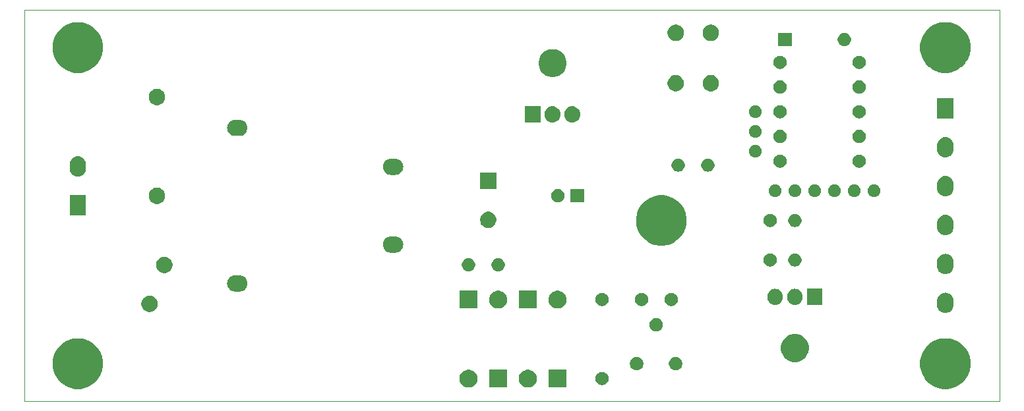
<source format=gbr>
G04 #@! TF.GenerationSoftware,KiCad,Pcbnew,5.1.5-52549c5~84~ubuntu18.04.1*
G04 #@! TF.CreationDate,2019-11-25T01:58:10+02:00*
G04 #@! TF.ProjectId,tinydimmer,74696e79-6469-46d6-9d65-722e6b696361,rev?*
G04 #@! TF.SameCoordinates,PX1d369d0PY5483e38*
G04 #@! TF.FileFunction,Soldermask,Bot*
G04 #@! TF.FilePolarity,Negative*
%FSLAX46Y46*%
G04 Gerber Fmt 4.6, Leading zero omitted, Abs format (unit mm)*
G04 Created by KiCad (PCBNEW 5.1.5-52549c5~84~ubuntu18.04.1) date 2019-11-25 01:58:10*
%MOMM*%
%LPD*%
G04 APERTURE LIST*
G04 #@! TA.AperFunction,Profile*
%ADD10C,0.050000*%
G04 #@! TD*
%ADD11C,0.100000*%
G04 APERTURE END LIST*
D10*
X125222000Y50241200D02*
X0Y50241200D01*
X125222000Y0D02*
X125222000Y50241200D01*
X0Y0D02*
X125222000Y0D01*
X0Y50241200D02*
X0Y0D01*
D11*
G36*
X7466839Y7989133D02*
G01*
X7780882Y7926666D01*
X8372526Y7681599D01*
X8799077Y7396586D01*
X8882370Y7340932D01*
X8904992Y7325816D01*
X9357816Y6872992D01*
X9713599Y6340526D01*
X9958666Y5748882D01*
X10083600Y5120796D01*
X10083600Y4480404D01*
X9958666Y3852318D01*
X9713599Y3260674D01*
X9545412Y3008965D01*
X9393917Y2782236D01*
X9357816Y2728208D01*
X8904992Y2275384D01*
X8372526Y1919601D01*
X7780882Y1674534D01*
X7466839Y1612067D01*
X7152797Y1549600D01*
X6512403Y1549600D01*
X6198361Y1612067D01*
X5884318Y1674534D01*
X5292674Y1919601D01*
X4760208Y2275384D01*
X4307384Y2728208D01*
X4271284Y2782236D01*
X4119788Y3008965D01*
X3951601Y3260674D01*
X3706534Y3852318D01*
X3581600Y4480404D01*
X3581600Y5120796D01*
X3706534Y5748882D01*
X3951601Y6340526D01*
X4307384Y6872992D01*
X4760208Y7325816D01*
X4782831Y7340932D01*
X4866123Y7396586D01*
X5292674Y7681599D01*
X5884318Y7926666D01*
X6198361Y7989133D01*
X6512403Y8051600D01*
X7152797Y8051600D01*
X7466839Y7989133D01*
G37*
G36*
X118861839Y7989133D02*
G01*
X119175882Y7926666D01*
X119767526Y7681599D01*
X120194077Y7396586D01*
X120277370Y7340932D01*
X120299992Y7325816D01*
X120752816Y6872992D01*
X121108599Y6340526D01*
X121353666Y5748882D01*
X121478600Y5120796D01*
X121478600Y4480404D01*
X121353666Y3852318D01*
X121108599Y3260674D01*
X120940412Y3008965D01*
X120788917Y2782236D01*
X120752816Y2728208D01*
X120299992Y2275384D01*
X119767526Y1919601D01*
X119175882Y1674534D01*
X118861839Y1612067D01*
X118547797Y1549600D01*
X117907403Y1549600D01*
X117593361Y1612067D01*
X117279318Y1674534D01*
X116687674Y1919601D01*
X116155208Y2275384D01*
X115702384Y2728208D01*
X115666284Y2782236D01*
X115514788Y3008965D01*
X115346601Y3260674D01*
X115101534Y3852318D01*
X114976600Y4480404D01*
X114976600Y5120796D01*
X115101534Y5748882D01*
X115346601Y6340526D01*
X115702384Y6872992D01*
X116155208Y7325816D01*
X116177831Y7340932D01*
X116261123Y7396586D01*
X116687674Y7681599D01*
X117279318Y7926666D01*
X117593361Y7989133D01*
X117907403Y8051600D01*
X118547797Y8051600D01*
X118861839Y7989133D01*
G37*
G36*
X69578600Y1744600D02*
G01*
X67276600Y1744600D01*
X67276600Y4046600D01*
X69578600Y4046600D01*
X69578600Y1744600D01*
G37*
G36*
X57222149Y4024484D02*
G01*
X57333334Y4002368D01*
X57542803Y3915603D01*
X57731320Y3789640D01*
X57891640Y3629320D01*
X58017603Y3440803D01*
X58017604Y3440801D01*
X58104368Y3231333D01*
X58148600Y3008965D01*
X58148600Y2782235D01*
X58104368Y2559867D01*
X58018731Y2353119D01*
X58017603Y2350397D01*
X57891640Y2161880D01*
X57731320Y2001560D01*
X57542803Y1875597D01*
X57333334Y1788832D01*
X57222149Y1766716D01*
X57110965Y1744600D01*
X56884235Y1744600D01*
X56773051Y1766716D01*
X56661866Y1788832D01*
X56452397Y1875597D01*
X56263880Y2001560D01*
X56103560Y2161880D01*
X55977597Y2350397D01*
X55976470Y2353119D01*
X55890832Y2559867D01*
X55846600Y2782235D01*
X55846600Y3008965D01*
X55890832Y3231333D01*
X55977596Y3440801D01*
X55977597Y3440803D01*
X56103560Y3629320D01*
X56263880Y3789640D01*
X56452397Y3915603D01*
X56661866Y4002368D01*
X56773051Y4024484D01*
X56884235Y4046600D01*
X57110965Y4046600D01*
X57222149Y4024484D01*
G37*
G36*
X64842149Y4024484D02*
G01*
X64953334Y4002368D01*
X65162803Y3915603D01*
X65351320Y3789640D01*
X65511640Y3629320D01*
X65637603Y3440803D01*
X65637604Y3440801D01*
X65724368Y3231333D01*
X65768600Y3008965D01*
X65768600Y2782235D01*
X65724368Y2559867D01*
X65638731Y2353119D01*
X65637603Y2350397D01*
X65511640Y2161880D01*
X65351320Y2001560D01*
X65162803Y1875597D01*
X64953334Y1788832D01*
X64842149Y1766716D01*
X64730965Y1744600D01*
X64504235Y1744600D01*
X64393051Y1766716D01*
X64281866Y1788832D01*
X64072397Y1875597D01*
X63883880Y2001560D01*
X63723560Y2161880D01*
X63597597Y2350397D01*
X63596470Y2353119D01*
X63510832Y2559867D01*
X63466600Y2782235D01*
X63466600Y3008965D01*
X63510832Y3231333D01*
X63597596Y3440801D01*
X63597597Y3440803D01*
X63723560Y3629320D01*
X63883880Y3789640D01*
X64072397Y3915603D01*
X64281866Y4002368D01*
X64393051Y4024484D01*
X64504235Y4046600D01*
X64730965Y4046600D01*
X64842149Y4024484D01*
G37*
G36*
X61958600Y1744600D02*
G01*
X59656600Y1744600D01*
X59656600Y4046600D01*
X61958600Y4046600D01*
X61958600Y1744600D01*
G37*
G36*
X74390828Y3713897D02*
G01*
X74545700Y3649747D01*
X74685081Y3556615D01*
X74803615Y3438081D01*
X74896747Y3298700D01*
X74960897Y3143828D01*
X74993600Y2979416D01*
X74993600Y2811784D01*
X74960897Y2647372D01*
X74896747Y2492500D01*
X74803615Y2353119D01*
X74685081Y2234585D01*
X74545700Y2141453D01*
X74390828Y2077303D01*
X74226416Y2044600D01*
X74058784Y2044600D01*
X73894372Y2077303D01*
X73739500Y2141453D01*
X73600119Y2234585D01*
X73481585Y2353119D01*
X73388453Y2492500D01*
X73324303Y2647372D01*
X73291600Y2811784D01*
X73291600Y2979416D01*
X73324303Y3143828D01*
X73388453Y3298700D01*
X73481585Y3438081D01*
X73600119Y3556615D01*
X73739500Y3649747D01*
X73894372Y3713897D01*
X74058784Y3746600D01*
X74226416Y3746600D01*
X74390828Y3713897D01*
G37*
G36*
X83838743Y5628513D02*
G01*
X83995438Y5563608D01*
X84136453Y5469385D01*
X84256385Y5349453D01*
X84350608Y5208438D01*
X84415513Y5051743D01*
X84448600Y4885402D01*
X84448600Y4715798D01*
X84415513Y4549457D01*
X84350608Y4392762D01*
X84256385Y4251747D01*
X84136453Y4131815D01*
X83995438Y4037592D01*
X83838743Y3972687D01*
X83672402Y3939600D01*
X83502798Y3939600D01*
X83336457Y3972687D01*
X83179762Y4037592D01*
X83038747Y4131815D01*
X82918815Y4251747D01*
X82824592Y4392762D01*
X82759687Y4549457D01*
X82726600Y4715798D01*
X82726600Y4885402D01*
X82759687Y5051743D01*
X82824592Y5208438D01*
X82918815Y5349453D01*
X83038747Y5469385D01*
X83179762Y5563608D01*
X83336457Y5628513D01*
X83502798Y5661600D01*
X83672402Y5661600D01*
X83838743Y5628513D01*
G37*
G36*
X78838743Y5628513D02*
G01*
X78995438Y5563608D01*
X79136453Y5469385D01*
X79256385Y5349453D01*
X79350608Y5208438D01*
X79415513Y5051743D01*
X79448600Y4885402D01*
X79448600Y4715798D01*
X79415513Y4549457D01*
X79350608Y4392762D01*
X79256385Y4251747D01*
X79136453Y4131815D01*
X78995438Y4037592D01*
X78838743Y3972687D01*
X78672402Y3939600D01*
X78502798Y3939600D01*
X78336457Y3972687D01*
X78179762Y4037592D01*
X78038747Y4131815D01*
X77918815Y4251747D01*
X77824592Y4392762D01*
X77759687Y4549457D01*
X77726600Y4715798D01*
X77726600Y4885402D01*
X77759687Y5051743D01*
X77824592Y5208438D01*
X77918815Y5349453D01*
X78038747Y5469385D01*
X78179762Y5563608D01*
X78336457Y5628513D01*
X78502798Y5661600D01*
X78672402Y5661600D01*
X78838743Y5628513D01*
G37*
G36*
X99432931Y8547389D02*
G01*
X99760692Y8411626D01*
X100055670Y8214528D01*
X100306528Y7963670D01*
X100503626Y7668692D01*
X100639389Y7340931D01*
X100708600Y6992984D01*
X100708600Y6638216D01*
X100639389Y6290269D01*
X100503626Y5962508D01*
X100306528Y5667530D01*
X100055670Y5416672D01*
X99760692Y5219574D01*
X99432931Y5083811D01*
X99084984Y5014600D01*
X98730216Y5014600D01*
X98382269Y5083811D01*
X98054508Y5219574D01*
X97759530Y5416672D01*
X97508672Y5667530D01*
X97311574Y5962508D01*
X97175811Y6290269D01*
X97106600Y6638216D01*
X97106600Y6992984D01*
X97175811Y7340931D01*
X97311574Y7668692D01*
X97508672Y7963670D01*
X97759530Y8214528D01*
X98054508Y8411626D01*
X98382269Y8547389D01*
X98730216Y8616600D01*
X99084984Y8616600D01*
X99432931Y8547389D01*
G37*
G36*
X81338743Y10628513D02*
G01*
X81495438Y10563608D01*
X81636453Y10469385D01*
X81756385Y10349453D01*
X81850608Y10208438D01*
X81915513Y10051743D01*
X81948600Y9885402D01*
X81948600Y9715798D01*
X81915513Y9549457D01*
X81850608Y9392762D01*
X81756385Y9251747D01*
X81636453Y9131815D01*
X81495438Y9037592D01*
X81338743Y8972687D01*
X81172402Y8939600D01*
X81002798Y8939600D01*
X80836457Y8972687D01*
X80679762Y9037592D01*
X80538747Y9131815D01*
X80418815Y9251747D01*
X80324592Y9392762D01*
X80259687Y9549457D01*
X80226600Y9715798D01*
X80226600Y9885402D01*
X80259687Y10051743D01*
X80324592Y10208438D01*
X80418815Y10349453D01*
X80538747Y10469385D01*
X80679762Y10563608D01*
X80836457Y10628513D01*
X81002798Y10661600D01*
X81172402Y10661600D01*
X81338743Y10628513D01*
G37*
G36*
X118433632Y13906393D02*
G01*
X118631746Y13846295D01*
X118631749Y13846294D01*
X118682475Y13819180D01*
X118814329Y13748703D01*
X118974365Y13617365D01*
X119105703Y13457329D01*
X119119249Y13431985D01*
X119203294Y13274748D01*
X119203295Y13274745D01*
X119263393Y13076631D01*
X119263393Y13076629D01*
X119275627Y12952420D01*
X119278600Y12922229D01*
X119278600Y12318970D01*
X119263393Y12164568D01*
X119214310Y12002765D01*
X119203294Y11966451D01*
X119193876Y11948832D01*
X119105703Y11783871D01*
X118974365Y11623835D01*
X118814329Y11492497D01*
X118734073Y11449600D01*
X118631748Y11394906D01*
X118631745Y11394905D01*
X118433631Y11334807D01*
X118227600Y11314515D01*
X118021568Y11334807D01*
X117823454Y11394905D01*
X117823451Y11394906D01*
X117721126Y11449600D01*
X117640871Y11492497D01*
X117480835Y11623835D01*
X117349497Y11783871D01*
X117284967Y11904600D01*
X117251906Y11966452D01*
X117251905Y11966455D01*
X117191807Y12164569D01*
X117176600Y12318971D01*
X117176600Y12922230D01*
X117191807Y13076632D01*
X117231872Y13208708D01*
X117251905Y13274747D01*
X117335951Y13431984D01*
X117349498Y13457329D01*
X117480836Y13617365D01*
X117640872Y13748703D01*
X117772726Y13819180D01*
X117823452Y13846294D01*
X117823455Y13846295D01*
X118021569Y13906393D01*
X118227600Y13926685D01*
X118433632Y13906393D01*
G37*
G36*
X16351664Y13511211D02*
G01*
X16481749Y13457328D01*
X16542935Y13431984D01*
X16715073Y13316965D01*
X16861465Y13170573D01*
X16880838Y13141580D01*
X16976485Y12998433D01*
X17055711Y12807164D01*
X17096100Y12604116D01*
X17096100Y12397084D01*
X17055711Y12194036D01*
X16990083Y12035596D01*
X16976484Y12002765D01*
X16861465Y11830627D01*
X16715073Y11684235D01*
X16542935Y11569216D01*
X16542934Y11569215D01*
X16542933Y11569215D01*
X16351664Y11489989D01*
X16148616Y11449600D01*
X15941584Y11449600D01*
X15738536Y11489989D01*
X15547267Y11569215D01*
X15547266Y11569215D01*
X15547265Y11569216D01*
X15375127Y11684235D01*
X15228735Y11830627D01*
X15113716Y12002765D01*
X15100117Y12035596D01*
X15034489Y12194036D01*
X14994100Y12397084D01*
X14994100Y12604116D01*
X15034489Y12807164D01*
X15113715Y12998433D01*
X15209363Y13141580D01*
X15228735Y13170573D01*
X15375127Y13316965D01*
X15547265Y13431984D01*
X15608451Y13457328D01*
X15738536Y13511211D01*
X15941584Y13551600D01*
X16148616Y13551600D01*
X16351664Y13511211D01*
G37*
G36*
X68652149Y14184484D02*
G01*
X68763334Y14162368D01*
X68972803Y14075603D01*
X69161320Y13949640D01*
X69321640Y13789320D01*
X69447603Y13600803D01*
X69447604Y13600801D01*
X69448731Y13598080D01*
X69517530Y13431985D01*
X69534368Y13391333D01*
X69578600Y13168965D01*
X69578600Y12942235D01*
X69534368Y12719867D01*
X69448731Y12513119D01*
X69447603Y12510397D01*
X69321640Y12321880D01*
X69161320Y12161560D01*
X68972803Y12035597D01*
X68763334Y11948832D01*
X68652149Y11926716D01*
X68540965Y11904600D01*
X68314235Y11904600D01*
X68203051Y11926716D01*
X68091866Y11948832D01*
X67882397Y12035597D01*
X67693880Y12161560D01*
X67533560Y12321880D01*
X67407597Y12510397D01*
X67406470Y12513119D01*
X67320832Y12719867D01*
X67276600Y12942235D01*
X67276600Y13168965D01*
X67320832Y13391333D01*
X67337671Y13431985D01*
X67406469Y13598080D01*
X67407596Y13600801D01*
X67407597Y13600803D01*
X67533560Y13789320D01*
X67693880Y13949640D01*
X67882397Y14075603D01*
X68091866Y14162368D01*
X68203051Y14184484D01*
X68314235Y14206600D01*
X68540965Y14206600D01*
X68652149Y14184484D01*
G37*
G36*
X65768600Y11904600D02*
G01*
X63466600Y11904600D01*
X63466600Y14206600D01*
X65768600Y14206600D01*
X65768600Y11904600D01*
G37*
G36*
X58148600Y11904600D02*
G01*
X55846600Y11904600D01*
X55846600Y14206600D01*
X58148600Y14206600D01*
X58148600Y11904600D01*
G37*
G36*
X61032149Y14184484D02*
G01*
X61143334Y14162368D01*
X61352803Y14075603D01*
X61541320Y13949640D01*
X61701640Y13789320D01*
X61827603Y13600803D01*
X61827604Y13600801D01*
X61828731Y13598080D01*
X61897530Y13431985D01*
X61914368Y13391333D01*
X61958600Y13168965D01*
X61958600Y12942235D01*
X61914368Y12719867D01*
X61828731Y12513119D01*
X61827603Y12510397D01*
X61701640Y12321880D01*
X61541320Y12161560D01*
X61352803Y12035597D01*
X61143334Y11948832D01*
X61032149Y11926716D01*
X60920965Y11904600D01*
X60694235Y11904600D01*
X60583051Y11926716D01*
X60471866Y11948832D01*
X60262397Y12035597D01*
X60073880Y12161560D01*
X59913560Y12321880D01*
X59787597Y12510397D01*
X59786470Y12513119D01*
X59700832Y12719867D01*
X59656600Y12942235D01*
X59656600Y13168965D01*
X59700832Y13391333D01*
X59717671Y13431985D01*
X59786469Y13598080D01*
X59787596Y13600801D01*
X59787597Y13600803D01*
X59913560Y13789320D01*
X60073880Y13949640D01*
X60262397Y14075603D01*
X60471866Y14162368D01*
X60583051Y14184484D01*
X60694235Y14206600D01*
X60920965Y14206600D01*
X61032149Y14184484D01*
G37*
G36*
X74390828Y13873897D02*
G01*
X74545700Y13809747D01*
X74685081Y13716615D01*
X74803615Y13598081D01*
X74896747Y13458700D01*
X74960897Y13303828D01*
X74993600Y13139416D01*
X74993600Y12971784D01*
X74960897Y12807372D01*
X74896747Y12652500D01*
X74803615Y12513119D01*
X74685081Y12394585D01*
X74545700Y12301453D01*
X74390828Y12237303D01*
X74226416Y12204600D01*
X74058784Y12204600D01*
X73894372Y12237303D01*
X73739500Y12301453D01*
X73600119Y12394585D01*
X73481585Y12513119D01*
X73388453Y12652500D01*
X73324303Y12807372D01*
X73291600Y12971784D01*
X73291600Y13139416D01*
X73324303Y13303828D01*
X73388453Y13458700D01*
X73481585Y13598081D01*
X73600119Y13716615D01*
X73739500Y13809747D01*
X73894372Y13873897D01*
X74058784Y13906600D01*
X74226416Y13906600D01*
X74390828Y13873897D01*
G37*
G36*
X79470828Y13873897D02*
G01*
X79625700Y13809747D01*
X79765081Y13716615D01*
X79883615Y13598081D01*
X79976747Y13458700D01*
X80040897Y13303828D01*
X80073600Y13139416D01*
X80073600Y12971784D01*
X80040897Y12807372D01*
X79976747Y12652500D01*
X79883615Y12513119D01*
X79765081Y12394585D01*
X79625700Y12301453D01*
X79470828Y12237303D01*
X79306416Y12204600D01*
X79138784Y12204600D01*
X78974372Y12237303D01*
X78819500Y12301453D01*
X78680119Y12394585D01*
X78561585Y12513119D01*
X78468453Y12652500D01*
X78404303Y12807372D01*
X78371600Y12971784D01*
X78371600Y13139416D01*
X78404303Y13303828D01*
X78468453Y13458700D01*
X78561585Y13598081D01*
X78680119Y13716615D01*
X78819500Y13809747D01*
X78974372Y13873897D01*
X79138784Y13906600D01*
X79306416Y13906600D01*
X79470828Y13873897D01*
G37*
G36*
X83280828Y13873897D02*
G01*
X83435700Y13809747D01*
X83575081Y13716615D01*
X83693615Y13598081D01*
X83786747Y13458700D01*
X83850897Y13303828D01*
X83883600Y13139416D01*
X83883600Y12971784D01*
X83850897Y12807372D01*
X83786747Y12652500D01*
X83693615Y12513119D01*
X83575081Y12394585D01*
X83435700Y12301453D01*
X83280828Y12237303D01*
X83116416Y12204600D01*
X82948784Y12204600D01*
X82784372Y12237303D01*
X82629500Y12301453D01*
X82490119Y12394585D01*
X82371585Y12513119D01*
X82278453Y12652500D01*
X82214303Y12807372D01*
X82181600Y12971784D01*
X82181600Y13139416D01*
X82214303Y13303828D01*
X82278453Y13458700D01*
X82371585Y13598081D01*
X82490119Y13716615D01*
X82629500Y13809747D01*
X82784372Y13873897D01*
X82948784Y13906600D01*
X83116416Y13906600D01*
X83280828Y13873897D01*
G37*
G36*
X96564320Y14422280D02*
G01*
X96753481Y14364899D01*
X96927812Y14271717D01*
X97080615Y14146315D01*
X97206017Y13993512D01*
X97229467Y13949640D01*
X97299198Y13819183D01*
X97299199Y13819180D01*
X97356580Y13630019D01*
X97359726Y13598080D01*
X97371100Y13482594D01*
X97371100Y13289005D01*
X97366260Y13239864D01*
X97356580Y13141580D01*
X97299199Y12952419D01*
X97206017Y12778088D01*
X97080615Y12625285D01*
X96927812Y12499883D01*
X96845933Y12456118D01*
X96753483Y12406702D01*
X96753480Y12406701D01*
X96564319Y12349320D01*
X96367600Y12329945D01*
X96170880Y12349320D01*
X95981719Y12406701D01*
X95807388Y12499883D01*
X95654585Y12625285D01*
X95529183Y12778088D01*
X95452138Y12922229D01*
X95436002Y12952417D01*
X95398323Y13076630D01*
X95378620Y13141581D01*
X95365505Y13274745D01*
X95364100Y13289006D01*
X95364100Y13482595D01*
X95375742Y13600801D01*
X95378620Y13630020D01*
X95436001Y13819181D01*
X95529183Y13993512D01*
X95654585Y14146315D01*
X95807388Y14271717D01*
X95981720Y14364899D01*
X96170881Y14422280D01*
X96367600Y14441655D01*
X96564320Y14422280D01*
G37*
G36*
X99104320Y14422280D02*
G01*
X99293481Y14364899D01*
X99467812Y14271717D01*
X99620615Y14146315D01*
X99746017Y13993512D01*
X99769467Y13949640D01*
X99839198Y13819183D01*
X99839199Y13819180D01*
X99896580Y13630019D01*
X99899726Y13598080D01*
X99911100Y13482594D01*
X99911100Y13289005D01*
X99906260Y13239864D01*
X99896580Y13141580D01*
X99839199Y12952419D01*
X99746017Y12778088D01*
X99620615Y12625285D01*
X99467812Y12499883D01*
X99385933Y12456118D01*
X99293483Y12406702D01*
X99293480Y12406701D01*
X99104319Y12349320D01*
X98907600Y12329945D01*
X98710880Y12349320D01*
X98521719Y12406701D01*
X98347388Y12499883D01*
X98194585Y12625285D01*
X98069183Y12778088D01*
X97992138Y12922229D01*
X97976002Y12952417D01*
X97938323Y13076630D01*
X97918620Y13141581D01*
X97905505Y13274745D01*
X97904100Y13289006D01*
X97904100Y13482595D01*
X97915742Y13600801D01*
X97918620Y13630020D01*
X97976001Y13819181D01*
X98069183Y13993512D01*
X98194585Y14146315D01*
X98347388Y14271717D01*
X98521720Y14364899D01*
X98710881Y14422280D01*
X98907600Y14441655D01*
X99104320Y14422280D01*
G37*
G36*
X102451100Y12334800D02*
G01*
X100444100Y12334800D01*
X100444100Y14436800D01*
X102451100Y14436800D01*
X102451100Y12334800D01*
G37*
G36*
X27665697Y16166531D02*
G01*
X27768632Y16156393D01*
X27966746Y16096295D01*
X27966749Y16096294D01*
X28063575Y16044539D01*
X28149329Y15998703D01*
X28309365Y15867365D01*
X28440703Y15707329D01*
X28486539Y15621575D01*
X28538294Y15524749D01*
X28538295Y15524746D01*
X28598393Y15326632D01*
X28618685Y15120600D01*
X28598393Y14914568D01*
X28538295Y14716454D01*
X28538294Y14716451D01*
X28486539Y14619625D01*
X28440703Y14533871D01*
X28309365Y14373835D01*
X28149329Y14242497D01*
X28082170Y14206600D01*
X27966749Y14144906D01*
X27966746Y14144905D01*
X27768632Y14084807D01*
X27665697Y14074669D01*
X27614231Y14069600D01*
X27010969Y14069600D01*
X26959503Y14074669D01*
X26856568Y14084807D01*
X26658454Y14144905D01*
X26658451Y14144906D01*
X26543030Y14206600D01*
X26475871Y14242497D01*
X26315835Y14373835D01*
X26184497Y14533871D01*
X26138661Y14619625D01*
X26086906Y14716451D01*
X26086905Y14716454D01*
X26026807Y14914568D01*
X26006515Y15120600D01*
X26026807Y15326632D01*
X26086905Y15524746D01*
X26086906Y15524749D01*
X26138661Y15621575D01*
X26184497Y15707329D01*
X26315835Y15867365D01*
X26475871Y15998703D01*
X26561625Y16044539D01*
X26658451Y16096294D01*
X26658454Y16096295D01*
X26856568Y16156393D01*
X26959503Y16166531D01*
X27010969Y16171600D01*
X27614231Y16171600D01*
X27665697Y16166531D01*
G37*
G36*
X118433632Y18906393D02*
G01*
X118631746Y18846295D01*
X118631749Y18846294D01*
X118724691Y18796615D01*
X118814329Y18748703D01*
X118974365Y18617365D01*
X119105703Y18457329D01*
X119119249Y18431985D01*
X119203294Y18274748D01*
X119203295Y18274745D01*
X119263393Y18076631D01*
X119278600Y17922229D01*
X119278600Y17318970D01*
X119263393Y17164568D01*
X119214310Y17002765D01*
X119203294Y16966451D01*
X119198840Y16958119D01*
X119105703Y16783871D01*
X118974365Y16623835D01*
X118814329Y16492497D01*
X118734073Y16449600D01*
X118631748Y16394906D01*
X118631745Y16394905D01*
X118433631Y16334807D01*
X118227600Y16314515D01*
X118021568Y16334807D01*
X117823454Y16394905D01*
X117823451Y16394906D01*
X117721126Y16449600D01*
X117640871Y16492497D01*
X117480835Y16623835D01*
X117349497Y16783871D01*
X117287121Y16900570D01*
X117251906Y16966452D01*
X117251905Y16966455D01*
X117191807Y17164569D01*
X117176600Y17318971D01*
X117176600Y17922230D01*
X117191807Y18076632D01*
X117245838Y18254747D01*
X117251905Y18274747D01*
X117335951Y18431984D01*
X117349498Y18457329D01*
X117480836Y18617365D01*
X117640872Y18748703D01*
X117730510Y18796615D01*
X117823452Y18846294D01*
X117823455Y18846295D01*
X118021569Y18906393D01*
X118227600Y18926685D01*
X118433632Y18906393D01*
G37*
G36*
X18251664Y18511211D02*
G01*
X18381749Y18457328D01*
X18442935Y18431984D01*
X18615073Y18316965D01*
X18761465Y18170573D01*
X18840837Y18051785D01*
X18876485Y17998433D01*
X18955711Y17807164D01*
X18996100Y17604116D01*
X18996100Y17397084D01*
X18955711Y17194036D01*
X18876485Y17002767D01*
X18876484Y17002765D01*
X18761465Y16830627D01*
X18615073Y16684235D01*
X18442935Y16569216D01*
X18442934Y16569215D01*
X18442933Y16569215D01*
X18251664Y16489989D01*
X18048616Y16449600D01*
X17841584Y16449600D01*
X17638536Y16489989D01*
X17447267Y16569215D01*
X17447266Y16569215D01*
X17447265Y16569216D01*
X17275127Y16684235D01*
X17128735Y16830627D01*
X17013716Y17002765D01*
X17013715Y17002767D01*
X16934489Y17194036D01*
X16894100Y17397084D01*
X16894100Y17604116D01*
X16934489Y17807164D01*
X17013715Y17998433D01*
X17049364Y18051785D01*
X17128735Y18170573D01*
X17275127Y18316965D01*
X17447265Y18431984D01*
X17508451Y18457328D01*
X17638536Y18511211D01*
X17841584Y18551600D01*
X18048616Y18551600D01*
X18251664Y18511211D01*
G37*
G36*
X61055828Y18318897D02*
G01*
X61210700Y18254747D01*
X61350081Y18161615D01*
X61468615Y18043081D01*
X61561747Y17903700D01*
X61625897Y17748828D01*
X61658600Y17584416D01*
X61658600Y17416784D01*
X61625897Y17252372D01*
X61561747Y17097500D01*
X61468615Y16958119D01*
X61350081Y16839585D01*
X61210700Y16746453D01*
X61055828Y16682303D01*
X60891416Y16649600D01*
X60723784Y16649600D01*
X60559372Y16682303D01*
X60404500Y16746453D01*
X60265119Y16839585D01*
X60146585Y16958119D01*
X60053453Y17097500D01*
X59989303Y17252372D01*
X59956600Y17416784D01*
X59956600Y17584416D01*
X59989303Y17748828D01*
X60053453Y17903700D01*
X60146585Y18043081D01*
X60265119Y18161615D01*
X60404500Y18254747D01*
X60559372Y18318897D01*
X60723784Y18351600D01*
X60891416Y18351600D01*
X61055828Y18318897D01*
G37*
G36*
X57245828Y18318897D02*
G01*
X57400700Y18254747D01*
X57540081Y18161615D01*
X57658615Y18043081D01*
X57751747Y17903700D01*
X57815897Y17748828D01*
X57848600Y17584416D01*
X57848600Y17416784D01*
X57815897Y17252372D01*
X57751747Y17097500D01*
X57658615Y16958119D01*
X57540081Y16839585D01*
X57400700Y16746453D01*
X57245828Y16682303D01*
X57081416Y16649600D01*
X56913784Y16649600D01*
X56749372Y16682303D01*
X56594500Y16746453D01*
X56455119Y16839585D01*
X56336585Y16958119D01*
X56243453Y17097500D01*
X56179303Y17252372D01*
X56146600Y17416784D01*
X56146600Y17584416D01*
X56179303Y17748828D01*
X56243453Y17903700D01*
X56336585Y18043081D01*
X56455119Y18161615D01*
X56594500Y18254747D01*
X56749372Y18318897D01*
X56913784Y18351600D01*
X57081416Y18351600D01*
X57245828Y18318897D01*
G37*
G36*
X99155828Y18953897D02*
G01*
X99310700Y18889747D01*
X99450081Y18796615D01*
X99568615Y18678081D01*
X99661747Y18538700D01*
X99725897Y18383828D01*
X99758600Y18219416D01*
X99758600Y18051784D01*
X99725897Y17887372D01*
X99661747Y17732500D01*
X99568615Y17593119D01*
X99450081Y17474585D01*
X99310700Y17381453D01*
X99155828Y17317303D01*
X98991416Y17284600D01*
X98823784Y17284600D01*
X98659372Y17317303D01*
X98504500Y17381453D01*
X98365119Y17474585D01*
X98246585Y17593119D01*
X98153453Y17732500D01*
X98089303Y17887372D01*
X98056600Y18051784D01*
X98056600Y18219416D01*
X98089303Y18383828D01*
X98153453Y18538700D01*
X98246585Y18678081D01*
X98365119Y18796615D01*
X98504500Y18889747D01*
X98659372Y18953897D01*
X98823784Y18986600D01*
X98991416Y18986600D01*
X99155828Y18953897D01*
G37*
G36*
X95980828Y18953897D02*
G01*
X96135700Y18889747D01*
X96275081Y18796615D01*
X96393615Y18678081D01*
X96486747Y18538700D01*
X96550897Y18383828D01*
X96583600Y18219416D01*
X96583600Y18051784D01*
X96550897Y17887372D01*
X96486747Y17732500D01*
X96393615Y17593119D01*
X96275081Y17474585D01*
X96135700Y17381453D01*
X95980828Y17317303D01*
X95816416Y17284600D01*
X95648784Y17284600D01*
X95484372Y17317303D01*
X95329500Y17381453D01*
X95190119Y17474585D01*
X95071585Y17593119D01*
X94978453Y17732500D01*
X94914303Y17887372D01*
X94881600Y18051784D01*
X94881600Y18219416D01*
X94914303Y18383828D01*
X94978453Y18538700D01*
X95071585Y18678081D01*
X95190119Y18796615D01*
X95329500Y18889747D01*
X95484372Y18953897D01*
X95648784Y18986600D01*
X95816416Y18986600D01*
X95980828Y18953897D01*
G37*
G36*
X47665697Y21166531D02*
G01*
X47768632Y21156393D01*
X47966746Y21096295D01*
X47966749Y21096294D01*
X48063575Y21044539D01*
X48149329Y20998703D01*
X48309365Y20867365D01*
X48440703Y20707329D01*
X48486539Y20621575D01*
X48538294Y20524749D01*
X48538295Y20524746D01*
X48598393Y20326632D01*
X48618685Y20120600D01*
X48598393Y19914568D01*
X48538295Y19716454D01*
X48538294Y19716451D01*
X48486539Y19619625D01*
X48440703Y19533871D01*
X48309365Y19373835D01*
X48149329Y19242497D01*
X48063575Y19196661D01*
X47966749Y19144906D01*
X47966746Y19144905D01*
X47768632Y19084807D01*
X47665697Y19074669D01*
X47614231Y19069600D01*
X47010969Y19069600D01*
X46959503Y19074669D01*
X46856568Y19084807D01*
X46658454Y19144905D01*
X46658451Y19144906D01*
X46561625Y19196661D01*
X46475871Y19242497D01*
X46315835Y19373835D01*
X46184497Y19533871D01*
X46138661Y19619625D01*
X46086906Y19716451D01*
X46086905Y19716454D01*
X46026807Y19914568D01*
X46006515Y20120600D01*
X46026807Y20326632D01*
X46086905Y20524746D01*
X46086906Y20524749D01*
X46138661Y20621575D01*
X46184497Y20707329D01*
X46315835Y20867365D01*
X46475871Y20998703D01*
X46561625Y21044539D01*
X46658451Y21096294D01*
X46658454Y21096295D01*
X46856568Y21156393D01*
X46959503Y21166531D01*
X47010969Y21171600D01*
X47614231Y21171600D01*
X47665697Y21166531D01*
G37*
G36*
X82396839Y26404133D02*
G01*
X82710882Y26341666D01*
X83302526Y26096599D01*
X83834992Y25740816D01*
X84287816Y25287992D01*
X84643599Y24755526D01*
X84888666Y24163882D01*
X84914522Y24033895D01*
X85013600Y23535797D01*
X85013600Y22895403D01*
X84969385Y22673120D01*
X84888666Y22267318D01*
X84643599Y21675674D01*
X84287816Y21143208D01*
X83834992Y20690384D01*
X83302526Y20334601D01*
X82710882Y20089534D01*
X82396839Y20027067D01*
X82082797Y19964600D01*
X81442403Y19964600D01*
X81128361Y20027067D01*
X80814318Y20089534D01*
X80222674Y20334601D01*
X79690208Y20690384D01*
X79237384Y21143208D01*
X78881601Y21675674D01*
X78636534Y22267318D01*
X78555815Y22673120D01*
X78511600Y22895403D01*
X78511600Y23535797D01*
X78610678Y24033895D01*
X78636534Y24163882D01*
X78881601Y24755526D01*
X79237384Y25287992D01*
X79690208Y25740816D01*
X80222674Y26096599D01*
X80814318Y26341666D01*
X81128361Y26404133D01*
X81442403Y26466600D01*
X82082797Y26466600D01*
X82396839Y26404133D01*
G37*
G36*
X118433632Y23906393D02*
G01*
X118631746Y23846295D01*
X118631749Y23846294D01*
X118728575Y23794539D01*
X118814329Y23748703D01*
X118974365Y23617365D01*
X119105703Y23457329D01*
X119136818Y23399116D01*
X119203294Y23274748D01*
X119203295Y23274745D01*
X119263393Y23076631D01*
X119278600Y22922229D01*
X119278600Y22318970D01*
X119263393Y22164568D01*
X119203295Y21966455D01*
X119203294Y21966451D01*
X119151539Y21869625D01*
X119105703Y21783871D01*
X118974365Y21623835D01*
X118814329Y21492497D01*
X118697630Y21430121D01*
X118631748Y21394906D01*
X118631745Y21394905D01*
X118433631Y21334807D01*
X118227600Y21314515D01*
X118021568Y21334807D01*
X117823454Y21394905D01*
X117823451Y21394906D01*
X117726625Y21446661D01*
X117640871Y21492497D01*
X117480835Y21623835D01*
X117349497Y21783871D01*
X117251907Y21966451D01*
X117251906Y21966452D01*
X117251905Y21966455D01*
X117191807Y22164569D01*
X117176600Y22318971D01*
X117176600Y22922230D01*
X117191807Y23076632D01*
X117231872Y23208708D01*
X117251905Y23274747D01*
X117318381Y23399114D01*
X117349498Y23457329D01*
X117480836Y23617365D01*
X117640872Y23748703D01*
X117726626Y23794539D01*
X117823452Y23846294D01*
X117823455Y23846295D01*
X118021569Y23906393D01*
X118227600Y23926685D01*
X118433632Y23906393D01*
G37*
G36*
X59844164Y24306211D02*
G01*
X60035433Y24226985D01*
X60035435Y24226984D01*
X60207573Y24111965D01*
X60353965Y23965573D01*
X60433665Y23846294D01*
X60468985Y23793433D01*
X60548211Y23602164D01*
X60588600Y23399116D01*
X60588600Y23192084D01*
X60548211Y22989036D01*
X60468985Y22797767D01*
X60468984Y22797765D01*
X60353965Y22625627D01*
X60207573Y22479235D01*
X60035435Y22364216D01*
X60035434Y22364215D01*
X60035433Y22364215D01*
X59844164Y22284989D01*
X59641116Y22244600D01*
X59434084Y22244600D01*
X59231036Y22284989D01*
X59039767Y22364215D01*
X59039766Y22364215D01*
X59039765Y22364216D01*
X58867627Y22479235D01*
X58721235Y22625627D01*
X58606216Y22797765D01*
X58606215Y22797767D01*
X58526989Y22989036D01*
X58486600Y23192084D01*
X58486600Y23399116D01*
X58526989Y23602164D01*
X58606215Y23793433D01*
X58641536Y23846294D01*
X58721235Y23965573D01*
X58867627Y24111965D01*
X59039765Y24226984D01*
X59039767Y24226985D01*
X59231036Y24306211D01*
X59434084Y24346600D01*
X59641116Y24346600D01*
X59844164Y24306211D01*
G37*
G36*
X95980828Y24033897D02*
G01*
X96135700Y23969747D01*
X96275081Y23876615D01*
X96393615Y23758081D01*
X96486747Y23618700D01*
X96550897Y23463828D01*
X96583600Y23299416D01*
X96583600Y23131784D01*
X96550897Y22967372D01*
X96486747Y22812500D01*
X96393615Y22673119D01*
X96275081Y22554585D01*
X96135700Y22461453D01*
X95980828Y22397303D01*
X95816416Y22364600D01*
X95648784Y22364600D01*
X95484372Y22397303D01*
X95329500Y22461453D01*
X95190119Y22554585D01*
X95071585Y22673119D01*
X94978453Y22812500D01*
X94914303Y22967372D01*
X94881600Y23131784D01*
X94881600Y23299416D01*
X94914303Y23463828D01*
X94978453Y23618700D01*
X95071585Y23758081D01*
X95190119Y23876615D01*
X95329500Y23969747D01*
X95484372Y24033897D01*
X95648784Y24066600D01*
X95816416Y24066600D01*
X95980828Y24033897D01*
G37*
G36*
X99155828Y24033897D02*
G01*
X99310700Y23969747D01*
X99450081Y23876615D01*
X99568615Y23758081D01*
X99661747Y23618700D01*
X99725897Y23463828D01*
X99758600Y23299416D01*
X99758600Y23131784D01*
X99725897Y22967372D01*
X99661747Y22812500D01*
X99568615Y22673119D01*
X99450081Y22554585D01*
X99310700Y22461453D01*
X99155828Y22397303D01*
X98991416Y22364600D01*
X98823784Y22364600D01*
X98659372Y22397303D01*
X98504500Y22461453D01*
X98365119Y22554585D01*
X98246585Y22673119D01*
X98153453Y22812500D01*
X98089303Y22967372D01*
X98056600Y23131784D01*
X98056600Y23299416D01*
X98089303Y23463828D01*
X98153453Y23618700D01*
X98246585Y23758081D01*
X98365119Y23876615D01*
X98504500Y23969747D01*
X98659372Y24033897D01*
X98823784Y24066600D01*
X98991416Y24066600D01*
X99155828Y24033897D01*
G37*
G36*
X7883600Y23859600D02*
G01*
X5781600Y23859600D01*
X5781600Y26461600D01*
X7883600Y26461600D01*
X7883600Y23859600D01*
G37*
G36*
X17299164Y27401211D02*
G01*
X17490433Y27321985D01*
X17490435Y27321984D01*
X17662573Y27206965D01*
X17808965Y27060573D01*
X17885838Y26945525D01*
X17923985Y26888433D01*
X18003211Y26697164D01*
X18043600Y26494116D01*
X18043600Y26287084D01*
X18003211Y26084036D01*
X17923985Y25892767D01*
X17923984Y25892765D01*
X17808965Y25720627D01*
X17662573Y25574235D01*
X17490435Y25459216D01*
X17490434Y25459215D01*
X17490433Y25459215D01*
X17299164Y25379989D01*
X17096116Y25339600D01*
X16889084Y25339600D01*
X16686036Y25379989D01*
X16494767Y25459215D01*
X16494766Y25459215D01*
X16494765Y25459216D01*
X16322627Y25574235D01*
X16176235Y25720627D01*
X16061216Y25892765D01*
X16061215Y25892767D01*
X15981989Y26084036D01*
X15941600Y26287084D01*
X15941600Y26494116D01*
X15981989Y26697164D01*
X16061215Y26888433D01*
X16099363Y26945525D01*
X16176235Y27060573D01*
X16322627Y27206965D01*
X16494765Y27321984D01*
X16494767Y27321985D01*
X16686036Y27401211D01*
X16889084Y27441600D01*
X17096116Y27441600D01*
X17299164Y27401211D01*
G37*
G36*
X68715828Y27208897D02*
G01*
X68870700Y27144747D01*
X69010081Y27051615D01*
X69128615Y26933081D01*
X69221747Y26793700D01*
X69285897Y26638828D01*
X69318600Y26474416D01*
X69318600Y26306784D01*
X69285897Y26142372D01*
X69221747Y25987500D01*
X69128615Y25848119D01*
X69010081Y25729585D01*
X68870700Y25636453D01*
X68715828Y25572303D01*
X68551416Y25539600D01*
X68383784Y25539600D01*
X68219372Y25572303D01*
X68064500Y25636453D01*
X67925119Y25729585D01*
X67806585Y25848119D01*
X67713453Y25987500D01*
X67649303Y26142372D01*
X67616600Y26306784D01*
X67616600Y26474416D01*
X67649303Y26638828D01*
X67713453Y26793700D01*
X67806585Y26933081D01*
X67925119Y27051615D01*
X68064500Y27144747D01*
X68219372Y27208897D01*
X68383784Y27241600D01*
X68551416Y27241600D01*
X68715828Y27208897D01*
G37*
G36*
X71818600Y25539600D02*
G01*
X70116600Y25539600D01*
X70116600Y27241600D01*
X71818600Y27241600D01*
X71818600Y25539600D01*
G37*
G36*
X106764742Y27807358D02*
G01*
X106912701Y27746071D01*
X107045855Y27657101D01*
X107159101Y27543855D01*
X107248071Y27410701D01*
X107309358Y27262742D01*
X107340600Y27105675D01*
X107340600Y26945525D01*
X107309358Y26788458D01*
X107248071Y26640499D01*
X107159101Y26507345D01*
X107045855Y26394099D01*
X106912701Y26305129D01*
X106764742Y26243842D01*
X106607675Y26212600D01*
X106447525Y26212600D01*
X106290458Y26243842D01*
X106142499Y26305129D01*
X106009345Y26394099D01*
X105896099Y26507345D01*
X105807129Y26640499D01*
X105745842Y26788458D01*
X105714600Y26945525D01*
X105714600Y27105675D01*
X105745842Y27262742D01*
X105807129Y27410701D01*
X105896099Y27543855D01*
X106009345Y27657101D01*
X106142499Y27746071D01*
X106290458Y27807358D01*
X106447525Y27838600D01*
X106607675Y27838600D01*
X106764742Y27807358D01*
G37*
G36*
X96604742Y27807358D02*
G01*
X96752701Y27746071D01*
X96885855Y27657101D01*
X96999101Y27543855D01*
X97088071Y27410701D01*
X97149358Y27262742D01*
X97180600Y27105675D01*
X97180600Y26945525D01*
X97149358Y26788458D01*
X97088071Y26640499D01*
X96999101Y26507345D01*
X96885855Y26394099D01*
X96752701Y26305129D01*
X96604742Y26243842D01*
X96447675Y26212600D01*
X96287525Y26212600D01*
X96130458Y26243842D01*
X95982499Y26305129D01*
X95849345Y26394099D01*
X95736099Y26507345D01*
X95647129Y26640499D01*
X95585842Y26788458D01*
X95554600Y26945525D01*
X95554600Y27105675D01*
X95585842Y27262742D01*
X95647129Y27410701D01*
X95736099Y27543855D01*
X95849345Y27657101D01*
X95982499Y27746071D01*
X96130458Y27807358D01*
X96287525Y27838600D01*
X96447675Y27838600D01*
X96604742Y27807358D01*
G37*
G36*
X99144742Y27807358D02*
G01*
X99292701Y27746071D01*
X99425855Y27657101D01*
X99539101Y27543855D01*
X99628071Y27410701D01*
X99689358Y27262742D01*
X99720600Y27105675D01*
X99720600Y26945525D01*
X99689358Y26788458D01*
X99628071Y26640499D01*
X99539101Y26507345D01*
X99425855Y26394099D01*
X99292701Y26305129D01*
X99144742Y26243842D01*
X98987675Y26212600D01*
X98827525Y26212600D01*
X98670458Y26243842D01*
X98522499Y26305129D01*
X98389345Y26394099D01*
X98276099Y26507345D01*
X98187129Y26640499D01*
X98125842Y26788458D01*
X98094600Y26945525D01*
X98094600Y27105675D01*
X98125842Y27262742D01*
X98187129Y27410701D01*
X98276099Y27543855D01*
X98389345Y27657101D01*
X98522499Y27746071D01*
X98670458Y27807358D01*
X98827525Y27838600D01*
X98987675Y27838600D01*
X99144742Y27807358D01*
G37*
G36*
X104224742Y27807358D02*
G01*
X104372701Y27746071D01*
X104505855Y27657101D01*
X104619101Y27543855D01*
X104708071Y27410701D01*
X104769358Y27262742D01*
X104800600Y27105675D01*
X104800600Y26945525D01*
X104769358Y26788458D01*
X104708071Y26640499D01*
X104619101Y26507345D01*
X104505855Y26394099D01*
X104372701Y26305129D01*
X104224742Y26243842D01*
X104067675Y26212600D01*
X103907525Y26212600D01*
X103750458Y26243842D01*
X103602499Y26305129D01*
X103469345Y26394099D01*
X103356099Y26507345D01*
X103267129Y26640499D01*
X103205842Y26788458D01*
X103174600Y26945525D01*
X103174600Y27105675D01*
X103205842Y27262742D01*
X103267129Y27410701D01*
X103356099Y27543855D01*
X103469345Y27657101D01*
X103602499Y27746071D01*
X103750458Y27807358D01*
X103907525Y27838600D01*
X104067675Y27838600D01*
X104224742Y27807358D01*
G37*
G36*
X101684742Y27807358D02*
G01*
X101832701Y27746071D01*
X101965855Y27657101D01*
X102079101Y27543855D01*
X102168071Y27410701D01*
X102229358Y27262742D01*
X102260600Y27105675D01*
X102260600Y26945525D01*
X102229358Y26788458D01*
X102168071Y26640499D01*
X102079101Y26507345D01*
X101965855Y26394099D01*
X101832701Y26305129D01*
X101684742Y26243842D01*
X101527675Y26212600D01*
X101367525Y26212600D01*
X101210458Y26243842D01*
X101062499Y26305129D01*
X100929345Y26394099D01*
X100816099Y26507345D01*
X100727129Y26640499D01*
X100665842Y26788458D01*
X100634600Y26945525D01*
X100634600Y27105675D01*
X100665842Y27262742D01*
X100727129Y27410701D01*
X100816099Y27543855D01*
X100929345Y27657101D01*
X101062499Y27746071D01*
X101210458Y27807358D01*
X101367525Y27838600D01*
X101527675Y27838600D01*
X101684742Y27807358D01*
G37*
G36*
X109304742Y27807358D02*
G01*
X109452701Y27746071D01*
X109585855Y27657101D01*
X109699101Y27543855D01*
X109788071Y27410701D01*
X109849358Y27262742D01*
X109880600Y27105675D01*
X109880600Y26945525D01*
X109849358Y26788458D01*
X109788071Y26640499D01*
X109699101Y26507345D01*
X109585855Y26394099D01*
X109452701Y26305129D01*
X109304742Y26243842D01*
X109147675Y26212600D01*
X108987525Y26212600D01*
X108830458Y26243842D01*
X108682499Y26305129D01*
X108549345Y26394099D01*
X108436099Y26507345D01*
X108347129Y26640499D01*
X108285842Y26788458D01*
X108254600Y26945525D01*
X108254600Y27105675D01*
X108285842Y27262742D01*
X108347129Y27410701D01*
X108436099Y27543855D01*
X108549345Y27657101D01*
X108682499Y27746071D01*
X108830458Y27807358D01*
X108987525Y27838600D01*
X109147675Y27838600D01*
X109304742Y27807358D01*
G37*
G36*
X118433632Y28906393D02*
G01*
X118631746Y28846295D01*
X118631749Y28846294D01*
X118728575Y28794539D01*
X118814329Y28748703D01*
X118974365Y28617365D01*
X119105703Y28457329D01*
X119151540Y28371574D01*
X119203294Y28274748D01*
X119203295Y28274745D01*
X119263393Y28076631D01*
X119278600Y27922229D01*
X119278600Y27318970D01*
X119263393Y27164568D01*
X119203295Y26966455D01*
X119203294Y26966451D01*
X119161593Y26888435D01*
X119105703Y26783871D01*
X118974365Y26623835D01*
X118814329Y26492497D01*
X118697630Y26430121D01*
X118631748Y26394906D01*
X118631745Y26394905D01*
X118433631Y26334807D01*
X118227600Y26314515D01*
X118021568Y26334807D01*
X117823454Y26394905D01*
X117823451Y26394906D01*
X117698676Y26461600D01*
X117640871Y26492497D01*
X117480835Y26623835D01*
X117349497Y26783871D01*
X117269744Y26933080D01*
X117251906Y26966452D01*
X117226072Y27051615D01*
X117191807Y27164569D01*
X117176600Y27318971D01*
X117176600Y27922230D01*
X117191807Y28076632D01*
X117231872Y28208708D01*
X117251905Y28274747D01*
X117304070Y28372340D01*
X117349498Y28457329D01*
X117480836Y28617365D01*
X117640872Y28748703D01*
X117726626Y28794539D01*
X117823452Y28846294D01*
X117823455Y28846295D01*
X118021569Y28906393D01*
X118227600Y28926685D01*
X118433632Y28906393D01*
G37*
G36*
X60588600Y27244600D02*
G01*
X58486600Y27244600D01*
X58486600Y29346600D01*
X60588600Y29346600D01*
X60588600Y27244600D01*
G37*
G36*
X7038631Y31446393D02*
G01*
X7236745Y31386295D01*
X7236748Y31386294D01*
X7302630Y31351079D01*
X7419329Y31288703D01*
X7579365Y31157365D01*
X7710703Y30997329D01*
X7752348Y30919416D01*
X7808294Y30814749D01*
X7808294Y30814748D01*
X7808295Y30814746D01*
X7868393Y30616632D01*
X7883600Y30462230D01*
X7883600Y29858971D01*
X7868393Y29704569D01*
X7809159Y29509303D01*
X7808294Y29506452D01*
X7756540Y29409626D01*
X7710703Y29323871D01*
X7579365Y29163835D01*
X7419329Y29032497D01*
X7333575Y28986661D01*
X7236749Y28934906D01*
X7236746Y28934905D01*
X7038632Y28874807D01*
X6832600Y28854515D01*
X6626569Y28874807D01*
X6428455Y28934905D01*
X6428452Y28934906D01*
X6331626Y28986661D01*
X6245872Y29032497D01*
X6085836Y29163835D01*
X5954498Y29323871D01*
X5856906Y29506452D01*
X5856905Y29506453D01*
X5836581Y29573453D01*
X5796807Y29704568D01*
X5781600Y29858970D01*
X5781600Y30462229D01*
X5796807Y30616631D01*
X5856905Y30814745D01*
X5856906Y30814748D01*
X5912852Y30919416D01*
X5954497Y30997329D01*
X6085835Y31157365D01*
X6245871Y31288703D01*
X6332126Y31334807D01*
X6428451Y31386294D01*
X6428454Y31386295D01*
X6626568Y31446393D01*
X6832600Y31466685D01*
X7038631Y31446393D01*
G37*
G36*
X47665697Y31166531D02*
G01*
X47768632Y31156393D01*
X47966746Y31096295D01*
X47966749Y31096294D01*
X47993964Y31081747D01*
X48149329Y30998703D01*
X48309365Y30867365D01*
X48440703Y30707329D01*
X48486539Y30621575D01*
X48538294Y30524749D01*
X48538295Y30524746D01*
X48598393Y30326632D01*
X48618685Y30120600D01*
X48598393Y29914568D01*
X48538295Y29716454D01*
X48538294Y29716451D01*
X48531942Y29704568D01*
X48440703Y29533871D01*
X48309365Y29373835D01*
X48149329Y29242497D01*
X48063575Y29196661D01*
X47966749Y29144906D01*
X47966746Y29144905D01*
X47768632Y29084807D01*
X47665697Y29074669D01*
X47614231Y29069600D01*
X47010969Y29069600D01*
X46959503Y29074669D01*
X46856568Y29084807D01*
X46658454Y29144905D01*
X46658451Y29144906D01*
X46561625Y29196661D01*
X46475871Y29242497D01*
X46315835Y29373835D01*
X46184497Y29533871D01*
X46093258Y29704568D01*
X46086906Y29716451D01*
X46086905Y29716454D01*
X46026807Y29914568D01*
X46006515Y30120600D01*
X46026807Y30326632D01*
X46086905Y30524746D01*
X46086906Y30524749D01*
X46138661Y30621575D01*
X46184497Y30707329D01*
X46315835Y30867365D01*
X46475871Y30998703D01*
X46631236Y31081747D01*
X46658451Y31096294D01*
X46658454Y31096295D01*
X46856568Y31156393D01*
X46959503Y31166531D01*
X47010969Y31171600D01*
X47614231Y31171600D01*
X47665697Y31166531D01*
G37*
G36*
X87979828Y31145897D02*
G01*
X88134700Y31081747D01*
X88274081Y30988615D01*
X88392615Y30870081D01*
X88485747Y30730700D01*
X88549897Y30575828D01*
X88582600Y30411416D01*
X88582600Y30243784D01*
X88549897Y30079372D01*
X88485747Y29924500D01*
X88392615Y29785119D01*
X88274081Y29666585D01*
X88134700Y29573453D01*
X87979828Y29509303D01*
X87815416Y29476600D01*
X87647784Y29476600D01*
X87483372Y29509303D01*
X87328500Y29573453D01*
X87189119Y29666585D01*
X87070585Y29785119D01*
X86977453Y29924500D01*
X86913303Y30079372D01*
X86880600Y30243784D01*
X86880600Y30411416D01*
X86913303Y30575828D01*
X86977453Y30730700D01*
X87070585Y30870081D01*
X87189119Y30988615D01*
X87328500Y31081747D01*
X87483372Y31145897D01*
X87647784Y31178600D01*
X87815416Y31178600D01*
X87979828Y31145897D01*
G37*
G36*
X84169828Y31145897D02*
G01*
X84324700Y31081747D01*
X84464081Y30988615D01*
X84582615Y30870081D01*
X84675747Y30730700D01*
X84739897Y30575828D01*
X84772600Y30411416D01*
X84772600Y30243784D01*
X84739897Y30079372D01*
X84675747Y29924500D01*
X84582615Y29785119D01*
X84464081Y29666585D01*
X84324700Y29573453D01*
X84169828Y29509303D01*
X84005416Y29476600D01*
X83837784Y29476600D01*
X83673372Y29509303D01*
X83518500Y29573453D01*
X83379119Y29666585D01*
X83260585Y29785119D01*
X83167453Y29924500D01*
X83103303Y30079372D01*
X83070600Y30243784D01*
X83070600Y30411416D01*
X83103303Y30575828D01*
X83167453Y30730700D01*
X83260585Y30870081D01*
X83379119Y30988615D01*
X83518500Y31081747D01*
X83673372Y31145897D01*
X83837784Y31178600D01*
X84005416Y31178600D01*
X84169828Y31145897D01*
G37*
G36*
X97250828Y31653897D02*
G01*
X97405700Y31589747D01*
X97545081Y31496615D01*
X97663615Y31378081D01*
X97756747Y31238700D01*
X97820897Y31083828D01*
X97853600Y30919416D01*
X97853600Y30751784D01*
X97820897Y30587372D01*
X97756747Y30432500D01*
X97663615Y30293119D01*
X97545081Y30174585D01*
X97405700Y30081453D01*
X97250828Y30017303D01*
X97086416Y29984600D01*
X96918784Y29984600D01*
X96754372Y30017303D01*
X96599500Y30081453D01*
X96460119Y30174585D01*
X96341585Y30293119D01*
X96248453Y30432500D01*
X96184303Y30587372D01*
X96151600Y30751784D01*
X96151600Y30919416D01*
X96184303Y31083828D01*
X96248453Y31238700D01*
X96341585Y31378081D01*
X96460119Y31496615D01*
X96599500Y31589747D01*
X96754372Y31653897D01*
X96918784Y31686600D01*
X97086416Y31686600D01*
X97250828Y31653897D01*
G37*
G36*
X107410828Y31653897D02*
G01*
X107565700Y31589747D01*
X107705081Y31496615D01*
X107823615Y31378081D01*
X107916747Y31238700D01*
X107980897Y31083828D01*
X108013600Y30919416D01*
X108013600Y30751784D01*
X107980897Y30587372D01*
X107916747Y30432500D01*
X107823615Y30293119D01*
X107705081Y30174585D01*
X107565700Y30081453D01*
X107410828Y30017303D01*
X107246416Y29984600D01*
X107078784Y29984600D01*
X106914372Y30017303D01*
X106759500Y30081453D01*
X106620119Y30174585D01*
X106501585Y30293119D01*
X106408453Y30432500D01*
X106344303Y30587372D01*
X106311600Y30751784D01*
X106311600Y30919416D01*
X106344303Y31083828D01*
X106408453Y31238700D01*
X106501585Y31378081D01*
X106620119Y31496615D01*
X106759500Y31589747D01*
X106914372Y31653897D01*
X107078784Y31686600D01*
X107246416Y31686600D01*
X107410828Y31653897D01*
G37*
G36*
X94064742Y32887358D02*
G01*
X94212701Y32826071D01*
X94345855Y32737101D01*
X94459101Y32623855D01*
X94548071Y32490701D01*
X94609358Y32342742D01*
X94640600Y32185675D01*
X94640600Y32025525D01*
X94609358Y31868458D01*
X94548071Y31720499D01*
X94459101Y31587345D01*
X94345855Y31474099D01*
X94212701Y31385129D01*
X94064742Y31323842D01*
X93907675Y31292600D01*
X93747525Y31292600D01*
X93590458Y31323842D01*
X93442499Y31385129D01*
X93309345Y31474099D01*
X93196099Y31587345D01*
X93107129Y31720499D01*
X93045842Y31868458D01*
X93014600Y32025525D01*
X93014600Y32185675D01*
X93045842Y32342742D01*
X93107129Y32490701D01*
X93196099Y32623855D01*
X93309345Y32737101D01*
X93442499Y32826071D01*
X93590458Y32887358D01*
X93747525Y32918600D01*
X93907675Y32918600D01*
X94064742Y32887358D01*
G37*
G36*
X118433632Y33906393D02*
G01*
X118631746Y33846295D01*
X118631749Y33846294D01*
X118728575Y33794539D01*
X118814329Y33748703D01*
X118974365Y33617365D01*
X119105703Y33457329D01*
X119151540Y33371574D01*
X119203294Y33274748D01*
X119203295Y33274745D01*
X119263393Y33076631D01*
X119278600Y32922229D01*
X119278600Y32318970D01*
X119263393Y32164568D01*
X119221214Y32025525D01*
X119203294Y31966451D01*
X119151539Y31869625D01*
X119105703Y31783871D01*
X118974365Y31623835D01*
X118814329Y31492497D01*
X118728073Y31446393D01*
X118631748Y31394906D01*
X118631745Y31394905D01*
X118433631Y31334807D01*
X118227600Y31314515D01*
X118021568Y31334807D01*
X117823454Y31394905D01*
X117823451Y31394906D01*
X117726625Y31446661D01*
X117640871Y31492497D01*
X117480835Y31623835D01*
X117349497Y31783871D01*
X117251907Y31966451D01*
X117251906Y31966452D01*
X117233986Y32025526D01*
X117191807Y32164569D01*
X117176600Y32318971D01*
X117176600Y32922230D01*
X117191807Y33076632D01*
X117231872Y33208708D01*
X117251905Y33274747D01*
X117304070Y33372340D01*
X117349498Y33457329D01*
X117480836Y33617365D01*
X117640872Y33748703D01*
X117726626Y33794539D01*
X117823452Y33846294D01*
X117823455Y33846295D01*
X118021569Y33906393D01*
X118227600Y33926685D01*
X118433632Y33906393D01*
G37*
G36*
X97250828Y34828897D02*
G01*
X97405700Y34764747D01*
X97545081Y34671615D01*
X97663615Y34553081D01*
X97756747Y34413700D01*
X97820897Y34258828D01*
X97853600Y34094416D01*
X97853600Y33926784D01*
X97820897Y33762372D01*
X97756747Y33607500D01*
X97663615Y33468119D01*
X97545081Y33349585D01*
X97405700Y33256453D01*
X97250828Y33192303D01*
X97086416Y33159600D01*
X96918784Y33159600D01*
X96754372Y33192303D01*
X96599500Y33256453D01*
X96460119Y33349585D01*
X96341585Y33468119D01*
X96248453Y33607500D01*
X96184303Y33762372D01*
X96151600Y33926784D01*
X96151600Y34094416D01*
X96184303Y34258828D01*
X96248453Y34413700D01*
X96341585Y34553081D01*
X96460119Y34671615D01*
X96599500Y34764747D01*
X96754372Y34828897D01*
X96918784Y34861600D01*
X97086416Y34861600D01*
X97250828Y34828897D01*
G37*
G36*
X107410828Y34828897D02*
G01*
X107565700Y34764747D01*
X107705081Y34671615D01*
X107823615Y34553081D01*
X107916747Y34413700D01*
X107980897Y34258828D01*
X108013600Y34094416D01*
X108013600Y33926784D01*
X107980897Y33762372D01*
X107916747Y33607500D01*
X107823615Y33468119D01*
X107705081Y33349585D01*
X107565700Y33256453D01*
X107410828Y33192303D01*
X107246416Y33159600D01*
X107078784Y33159600D01*
X106914372Y33192303D01*
X106759500Y33256453D01*
X106620119Y33349585D01*
X106501585Y33468119D01*
X106408453Y33607500D01*
X106344303Y33762372D01*
X106311600Y33926784D01*
X106311600Y34094416D01*
X106344303Y34258828D01*
X106408453Y34413700D01*
X106501585Y34553081D01*
X106620119Y34671615D01*
X106759500Y34764747D01*
X106914372Y34828897D01*
X107078784Y34861600D01*
X107246416Y34861600D01*
X107410828Y34828897D01*
G37*
G36*
X94064742Y35427358D02*
G01*
X94212701Y35366071D01*
X94345855Y35277101D01*
X94459101Y35163855D01*
X94548071Y35030701D01*
X94609358Y34882742D01*
X94640600Y34725675D01*
X94640600Y34565525D01*
X94609358Y34408458D01*
X94548071Y34260499D01*
X94459101Y34127345D01*
X94345855Y34014099D01*
X94212701Y33925129D01*
X94064742Y33863842D01*
X93907675Y33832600D01*
X93747525Y33832600D01*
X93590458Y33863842D01*
X93442499Y33925129D01*
X93309345Y34014099D01*
X93196099Y34127345D01*
X93107129Y34260499D01*
X93045842Y34408458D01*
X93014600Y34565525D01*
X93014600Y34725675D01*
X93045842Y34882742D01*
X93107129Y35030701D01*
X93196099Y35163855D01*
X93309345Y35277101D01*
X93442499Y35366071D01*
X93590458Y35427358D01*
X93747525Y35458600D01*
X93907675Y35458600D01*
X94064742Y35427358D01*
G37*
G36*
X27665697Y36166531D02*
G01*
X27768632Y36156393D01*
X27966746Y36096295D01*
X27966749Y36096294D01*
X28063575Y36044539D01*
X28149329Y35998703D01*
X28309365Y35867365D01*
X28440703Y35707329D01*
X28486539Y35621575D01*
X28538294Y35524749D01*
X28538295Y35524746D01*
X28598393Y35326632D01*
X28618685Y35120600D01*
X28598393Y34914568D01*
X28541092Y34725675D01*
X28538294Y34716451D01*
X28486539Y34619625D01*
X28440703Y34533871D01*
X28309365Y34373835D01*
X28149329Y34242497D01*
X28063575Y34196661D01*
X27966749Y34144906D01*
X27966746Y34144905D01*
X27768632Y34084807D01*
X27665697Y34074669D01*
X27614231Y34069600D01*
X27010969Y34069600D01*
X26959503Y34074669D01*
X26856568Y34084807D01*
X26658454Y34144905D01*
X26658451Y34144906D01*
X26561625Y34196661D01*
X26475871Y34242497D01*
X26315835Y34373835D01*
X26184497Y34533871D01*
X26138661Y34619625D01*
X26086906Y34716451D01*
X26084108Y34725675D01*
X26026807Y34914568D01*
X26006515Y35120600D01*
X26026807Y35326632D01*
X26086905Y35524746D01*
X26086906Y35524749D01*
X26138661Y35621575D01*
X26184497Y35707329D01*
X26315835Y35867365D01*
X26475871Y35998703D01*
X26561625Y36044539D01*
X26658451Y36096294D01*
X26658454Y36096295D01*
X26856568Y36156393D01*
X26959503Y36166531D01*
X27010969Y36171600D01*
X27614231Y36171600D01*
X27665697Y36166531D01*
G37*
G36*
X67976619Y37891880D02*
G01*
X68165780Y37834499D01*
X68165783Y37834498D01*
X68258233Y37785082D01*
X68340112Y37741317D01*
X68492915Y37615915D01*
X68618317Y37463112D01*
X68711499Y37288781D01*
X68768880Y37099620D01*
X68783400Y36952194D01*
X68783400Y36758607D01*
X68768880Y36611181D01*
X68724576Y36465129D01*
X68711498Y36422017D01*
X68664772Y36334600D01*
X68618317Y36247688D01*
X68492915Y36094885D01*
X68340112Y35969483D01*
X68165781Y35876301D01*
X67976620Y35818920D01*
X67779900Y35799545D01*
X67583181Y35818920D01*
X67394020Y35876301D01*
X67219688Y35969483D01*
X67066885Y36094885D01*
X66941483Y36247688D01*
X66848301Y36422019D01*
X66790920Y36611180D01*
X66776400Y36758606D01*
X66776400Y36952193D01*
X66790920Y37099619D01*
X66848301Y37288780D01*
X66848302Y37288783D01*
X66919905Y37422742D01*
X66941483Y37463112D01*
X67066885Y37615915D01*
X67219688Y37741317D01*
X67394019Y37834499D01*
X67583180Y37891880D01*
X67779900Y37911255D01*
X67976619Y37891880D01*
G37*
G36*
X70516619Y37891880D02*
G01*
X70705780Y37834499D01*
X70705783Y37834498D01*
X70798233Y37785082D01*
X70880112Y37741317D01*
X71032915Y37615915D01*
X71158317Y37463112D01*
X71251499Y37288781D01*
X71308880Y37099620D01*
X71323400Y36952194D01*
X71323400Y36758607D01*
X71308880Y36611181D01*
X71264576Y36465129D01*
X71251498Y36422017D01*
X71204772Y36334600D01*
X71158317Y36247688D01*
X71032915Y36094885D01*
X70880112Y35969483D01*
X70705781Y35876301D01*
X70516620Y35818920D01*
X70319900Y35799545D01*
X70123181Y35818920D01*
X69934020Y35876301D01*
X69759688Y35969483D01*
X69606885Y36094885D01*
X69481483Y36247688D01*
X69388301Y36422019D01*
X69330920Y36611180D01*
X69316400Y36758606D01*
X69316400Y36952193D01*
X69330920Y37099619D01*
X69388301Y37288780D01*
X69388302Y37288783D01*
X69459905Y37422742D01*
X69481483Y37463112D01*
X69606885Y37615915D01*
X69759688Y37741317D01*
X69934019Y37834499D01*
X70123180Y37891880D01*
X70319900Y37911255D01*
X70516619Y37891880D01*
G37*
G36*
X66243400Y35804400D02*
G01*
X64236400Y35804400D01*
X64236400Y37906400D01*
X66243400Y37906400D01*
X66243400Y35804400D01*
G37*
G36*
X119278600Y36319600D02*
G01*
X117176600Y36319600D01*
X117176600Y38921600D01*
X119278600Y38921600D01*
X119278600Y36319600D01*
G37*
G36*
X107410828Y38003897D02*
G01*
X107565700Y37939747D01*
X107705081Y37846615D01*
X107823615Y37728081D01*
X107916747Y37588700D01*
X107980897Y37433828D01*
X108013600Y37269416D01*
X108013600Y37101784D01*
X107980897Y36937372D01*
X107916747Y36782500D01*
X107823615Y36643119D01*
X107705081Y36524585D01*
X107565700Y36431453D01*
X107410828Y36367303D01*
X107246416Y36334600D01*
X107078784Y36334600D01*
X106914372Y36367303D01*
X106759500Y36431453D01*
X106620119Y36524585D01*
X106501585Y36643119D01*
X106408453Y36782500D01*
X106344303Y36937372D01*
X106311600Y37101784D01*
X106311600Y37269416D01*
X106344303Y37433828D01*
X106408453Y37588700D01*
X106501585Y37728081D01*
X106620119Y37846615D01*
X106759500Y37939747D01*
X106914372Y38003897D01*
X107078784Y38036600D01*
X107246416Y38036600D01*
X107410828Y38003897D01*
G37*
G36*
X97250828Y38003897D02*
G01*
X97405700Y37939747D01*
X97545081Y37846615D01*
X97663615Y37728081D01*
X97756747Y37588700D01*
X97820897Y37433828D01*
X97853600Y37269416D01*
X97853600Y37101784D01*
X97820897Y36937372D01*
X97756747Y36782500D01*
X97663615Y36643119D01*
X97545081Y36524585D01*
X97405700Y36431453D01*
X97250828Y36367303D01*
X97086416Y36334600D01*
X96918784Y36334600D01*
X96754372Y36367303D01*
X96599500Y36431453D01*
X96460119Y36524585D01*
X96341585Y36643119D01*
X96248453Y36782500D01*
X96184303Y36937372D01*
X96151600Y37101784D01*
X96151600Y37269416D01*
X96184303Y37433828D01*
X96248453Y37588700D01*
X96341585Y37728081D01*
X96460119Y37846615D01*
X96599500Y37939747D01*
X96754372Y38003897D01*
X96918784Y38036600D01*
X97086416Y38036600D01*
X97250828Y38003897D01*
G37*
G36*
X94064742Y37967358D02*
G01*
X94212701Y37906071D01*
X94345855Y37817101D01*
X94459101Y37703855D01*
X94548071Y37570701D01*
X94609358Y37422742D01*
X94640600Y37265675D01*
X94640600Y37105525D01*
X94609358Y36948458D01*
X94548071Y36800499D01*
X94459101Y36667345D01*
X94345855Y36554099D01*
X94212701Y36465129D01*
X94064742Y36403842D01*
X93907675Y36372600D01*
X93747525Y36372600D01*
X93590458Y36403842D01*
X93442499Y36465129D01*
X93309345Y36554099D01*
X93196099Y36667345D01*
X93107129Y36800499D01*
X93045842Y36948458D01*
X93014600Y37105525D01*
X93014600Y37265675D01*
X93045842Y37422742D01*
X93107129Y37570701D01*
X93196099Y37703855D01*
X93309345Y37817101D01*
X93442499Y37906071D01*
X93590458Y37967358D01*
X93747525Y37998600D01*
X93907675Y37998600D01*
X94064742Y37967358D01*
G37*
G36*
X17299164Y40101211D02*
G01*
X17490433Y40021985D01*
X17490435Y40021984D01*
X17662573Y39906965D01*
X17808965Y39760573D01*
X17911945Y39606453D01*
X17923985Y39588433D01*
X18003211Y39397164D01*
X18043600Y39194116D01*
X18043600Y38987084D01*
X18003211Y38784036D01*
X17923985Y38592767D01*
X17923984Y38592765D01*
X17808965Y38420627D01*
X17662573Y38274235D01*
X17490435Y38159216D01*
X17490434Y38159215D01*
X17490433Y38159215D01*
X17299164Y38079989D01*
X17096116Y38039600D01*
X16889084Y38039600D01*
X16686036Y38079989D01*
X16494767Y38159215D01*
X16494766Y38159215D01*
X16494765Y38159216D01*
X16322627Y38274235D01*
X16176235Y38420627D01*
X16061216Y38592765D01*
X16061215Y38592767D01*
X15981989Y38784036D01*
X15941600Y38987084D01*
X15941600Y39194116D01*
X15981989Y39397164D01*
X16061215Y39588433D01*
X16073256Y39606453D01*
X16176235Y39760573D01*
X16322627Y39906965D01*
X16494765Y40021984D01*
X16494767Y40021985D01*
X16686036Y40101211D01*
X16889084Y40141600D01*
X17096116Y40141600D01*
X17299164Y40101211D01*
G37*
G36*
X97250828Y41178897D02*
G01*
X97405700Y41114747D01*
X97545081Y41021615D01*
X97663615Y40903081D01*
X97756747Y40763700D01*
X97820897Y40608828D01*
X97853600Y40444416D01*
X97853600Y40276784D01*
X97820897Y40112372D01*
X97756747Y39957500D01*
X97663615Y39818119D01*
X97545081Y39699585D01*
X97405700Y39606453D01*
X97250828Y39542303D01*
X97086416Y39509600D01*
X96918784Y39509600D01*
X96754372Y39542303D01*
X96599500Y39606453D01*
X96460119Y39699585D01*
X96341585Y39818119D01*
X96248453Y39957500D01*
X96184303Y40112372D01*
X96151600Y40276784D01*
X96151600Y40444416D01*
X96184303Y40608828D01*
X96248453Y40763700D01*
X96341585Y40903081D01*
X96460119Y41021615D01*
X96599500Y41114747D01*
X96754372Y41178897D01*
X96918784Y41211600D01*
X97086416Y41211600D01*
X97250828Y41178897D01*
G37*
G36*
X107410828Y41178897D02*
G01*
X107565700Y41114747D01*
X107705081Y41021615D01*
X107823615Y40903081D01*
X107916747Y40763700D01*
X107980897Y40608828D01*
X108013600Y40444416D01*
X108013600Y40276784D01*
X107980897Y40112372D01*
X107916747Y39957500D01*
X107823615Y39818119D01*
X107705081Y39699585D01*
X107565700Y39606453D01*
X107410828Y39542303D01*
X107246416Y39509600D01*
X107078784Y39509600D01*
X106914372Y39542303D01*
X106759500Y39606453D01*
X106620119Y39699585D01*
X106501585Y39818119D01*
X106408453Y39957500D01*
X106344303Y40112372D01*
X106311600Y40276784D01*
X106311600Y40444416D01*
X106344303Y40608828D01*
X106408453Y40763700D01*
X106501585Y40903081D01*
X106620119Y41021615D01*
X106759500Y41114747D01*
X106914372Y41178897D01*
X107078784Y41211600D01*
X107246416Y41211600D01*
X107410828Y41178897D01*
G37*
G36*
X83919164Y41856211D02*
G01*
X84110433Y41776985D01*
X84110435Y41776984D01*
X84234912Y41693811D01*
X84282573Y41661965D01*
X84428965Y41515573D01*
X84543985Y41343433D01*
X84623211Y41152164D01*
X84663600Y40949116D01*
X84663600Y40742084D01*
X84623211Y40539036D01*
X84543985Y40347767D01*
X84543984Y40347765D01*
X84428965Y40175627D01*
X84282573Y40029235D01*
X84110435Y39914216D01*
X84110434Y39914215D01*
X84110433Y39914215D01*
X83919164Y39834989D01*
X83716116Y39794600D01*
X83509084Y39794600D01*
X83306036Y39834989D01*
X83114767Y39914215D01*
X83114766Y39914215D01*
X83114765Y39914216D01*
X82942627Y40029235D01*
X82796235Y40175627D01*
X82681216Y40347765D01*
X82681215Y40347767D01*
X82601989Y40539036D01*
X82561600Y40742084D01*
X82561600Y40949116D01*
X82601989Y41152164D01*
X82681215Y41343433D01*
X82796235Y41515573D01*
X82942627Y41661965D01*
X82990288Y41693811D01*
X83114765Y41776984D01*
X83114767Y41776985D01*
X83306036Y41856211D01*
X83509084Y41896600D01*
X83716116Y41896600D01*
X83919164Y41856211D01*
G37*
G36*
X88419164Y41856211D02*
G01*
X88610433Y41776985D01*
X88610435Y41776984D01*
X88734912Y41693811D01*
X88782573Y41661965D01*
X88928965Y41515573D01*
X89043985Y41343433D01*
X89123211Y41152164D01*
X89163600Y40949116D01*
X89163600Y40742084D01*
X89123211Y40539036D01*
X89043985Y40347767D01*
X89043984Y40347765D01*
X88928965Y40175627D01*
X88782573Y40029235D01*
X88610435Y39914216D01*
X88610434Y39914215D01*
X88610433Y39914215D01*
X88419164Y39834989D01*
X88216116Y39794600D01*
X88009084Y39794600D01*
X87806036Y39834989D01*
X87614767Y39914215D01*
X87614766Y39914215D01*
X87614765Y39914216D01*
X87442627Y40029235D01*
X87296235Y40175627D01*
X87181216Y40347765D01*
X87181215Y40347767D01*
X87101989Y40539036D01*
X87061600Y40742084D01*
X87061600Y40949116D01*
X87101989Y41152164D01*
X87181215Y41343433D01*
X87296235Y41515573D01*
X87442627Y41661965D01*
X87490288Y41693811D01*
X87614765Y41776984D01*
X87614767Y41776985D01*
X87806036Y41856211D01*
X88009084Y41896600D01*
X88216116Y41896600D01*
X88419164Y41856211D01*
G37*
G36*
X68317931Y45157389D02*
G01*
X68645692Y45021626D01*
X68940670Y44824528D01*
X69191528Y44573670D01*
X69388626Y44278692D01*
X69524389Y43950931D01*
X69593600Y43602984D01*
X69593600Y43248216D01*
X69524389Y42900269D01*
X69388626Y42572508D01*
X69191528Y42277530D01*
X68940670Y42026672D01*
X68645692Y41829574D01*
X68317931Y41693811D01*
X67969984Y41624600D01*
X67615216Y41624600D01*
X67267269Y41693811D01*
X66939508Y41829574D01*
X66644530Y42026672D01*
X66393672Y42277530D01*
X66196574Y42572508D01*
X66060811Y42900269D01*
X65991600Y43248216D01*
X65991600Y43602984D01*
X66060811Y43950931D01*
X66196574Y44278692D01*
X66393672Y44573670D01*
X66644530Y44824528D01*
X66939508Y45021626D01*
X67267269Y45157389D01*
X67615216Y45226600D01*
X67969984Y45226600D01*
X68317931Y45157389D01*
G37*
G36*
X118861839Y48629133D02*
G01*
X119175882Y48566666D01*
X119767526Y48321599D01*
X120299992Y47965816D01*
X120752816Y47512992D01*
X121108599Y46980526D01*
X121353666Y46388882D01*
X121478600Y45760796D01*
X121478600Y45120404D01*
X121353666Y44492318D01*
X121108599Y43900674D01*
X120823586Y43474123D01*
X120752817Y43368209D01*
X120299991Y42915383D01*
X120238932Y42874585D01*
X119767526Y42559601D01*
X119175882Y42314534D01*
X118989850Y42277530D01*
X118547797Y42189600D01*
X117907403Y42189600D01*
X117465350Y42277530D01*
X117279318Y42314534D01*
X116687674Y42559601D01*
X116216268Y42874585D01*
X116155209Y42915383D01*
X115702383Y43368209D01*
X115631614Y43474123D01*
X115346601Y43900674D01*
X115101534Y44492318D01*
X114976600Y45120404D01*
X114976600Y45760796D01*
X115101534Y46388882D01*
X115346601Y46980526D01*
X115702384Y47512992D01*
X116155208Y47965816D01*
X116687674Y48321599D01*
X117279318Y48566666D01*
X117593361Y48629133D01*
X117907403Y48691600D01*
X118547797Y48691600D01*
X118861839Y48629133D01*
G37*
G36*
X7466839Y48629133D02*
G01*
X7780882Y48566666D01*
X8372526Y48321599D01*
X8904992Y47965816D01*
X9357816Y47512992D01*
X9713599Y46980526D01*
X9958666Y46388882D01*
X10083600Y45760796D01*
X10083600Y45120404D01*
X9958666Y44492318D01*
X9713599Y43900674D01*
X9428586Y43474123D01*
X9357817Y43368209D01*
X8904991Y42915383D01*
X8843932Y42874585D01*
X8372526Y42559601D01*
X7780882Y42314534D01*
X7594850Y42277530D01*
X7152797Y42189600D01*
X6512403Y42189600D01*
X6070350Y42277530D01*
X5884318Y42314534D01*
X5292674Y42559601D01*
X4821268Y42874585D01*
X4760209Y42915383D01*
X4307383Y43368209D01*
X4236614Y43474123D01*
X3951601Y43900674D01*
X3706534Y44492318D01*
X3581600Y45120404D01*
X3581600Y45760796D01*
X3706534Y46388882D01*
X3951601Y46980526D01*
X4307384Y47512992D01*
X4760208Y47965816D01*
X5292674Y48321599D01*
X5884318Y48566666D01*
X6198361Y48629133D01*
X6512403Y48691600D01*
X7152797Y48691600D01*
X7466839Y48629133D01*
G37*
G36*
X97250828Y44353897D02*
G01*
X97405700Y44289747D01*
X97545081Y44196615D01*
X97663615Y44078081D01*
X97756747Y43938700D01*
X97820897Y43783828D01*
X97853600Y43619416D01*
X97853600Y43451784D01*
X97820897Y43287372D01*
X97756747Y43132500D01*
X97663615Y42993119D01*
X97545081Y42874585D01*
X97405700Y42781453D01*
X97250828Y42717303D01*
X97086416Y42684600D01*
X96918784Y42684600D01*
X96754372Y42717303D01*
X96599500Y42781453D01*
X96460119Y42874585D01*
X96341585Y42993119D01*
X96248453Y43132500D01*
X96184303Y43287372D01*
X96151600Y43451784D01*
X96151600Y43619416D01*
X96184303Y43783828D01*
X96248453Y43938700D01*
X96341585Y44078081D01*
X96460119Y44196615D01*
X96599500Y44289747D01*
X96754372Y44353897D01*
X96918784Y44386600D01*
X97086416Y44386600D01*
X97250828Y44353897D01*
G37*
G36*
X107410828Y44353897D02*
G01*
X107565700Y44289747D01*
X107705081Y44196615D01*
X107823615Y44078081D01*
X107916747Y43938700D01*
X107980897Y43783828D01*
X108013600Y43619416D01*
X108013600Y43451784D01*
X107980897Y43287372D01*
X107916747Y43132500D01*
X107823615Y42993119D01*
X107705081Y42874585D01*
X107565700Y42781453D01*
X107410828Y42717303D01*
X107246416Y42684600D01*
X107078784Y42684600D01*
X106914372Y42717303D01*
X106759500Y42781453D01*
X106620119Y42874585D01*
X106501585Y42993119D01*
X106408453Y43132500D01*
X106344303Y43287372D01*
X106311600Y43451784D01*
X106311600Y43619416D01*
X106344303Y43783828D01*
X106408453Y43938700D01*
X106501585Y44078081D01*
X106620119Y44196615D01*
X106759500Y44289747D01*
X106914372Y44353897D01*
X107078784Y44386600D01*
X107246416Y44386600D01*
X107410828Y44353897D01*
G37*
G36*
X105505828Y47274897D02*
G01*
X105660700Y47210747D01*
X105800081Y47117615D01*
X105918615Y46999081D01*
X106011747Y46859700D01*
X106075897Y46704828D01*
X106108600Y46540416D01*
X106108600Y46372784D01*
X106075897Y46208372D01*
X106011747Y46053500D01*
X105918615Y45914119D01*
X105800081Y45795585D01*
X105660700Y45702453D01*
X105505828Y45638303D01*
X105341416Y45605600D01*
X105173784Y45605600D01*
X105009372Y45638303D01*
X104854500Y45702453D01*
X104715119Y45795585D01*
X104596585Y45914119D01*
X104503453Y46053500D01*
X104439303Y46208372D01*
X104406600Y46372784D01*
X104406600Y46540416D01*
X104439303Y46704828D01*
X104503453Y46859700D01*
X104596585Y46999081D01*
X104715119Y47117615D01*
X104854500Y47210747D01*
X105009372Y47274897D01*
X105173784Y47307600D01*
X105341416Y47307600D01*
X105505828Y47274897D01*
G37*
G36*
X98488600Y45605600D02*
G01*
X96786600Y45605600D01*
X96786600Y47307600D01*
X98488600Y47307600D01*
X98488600Y45605600D01*
G37*
G36*
X88419164Y48356211D02*
G01*
X88610433Y48276985D01*
X88610435Y48276984D01*
X88782573Y48161965D01*
X88928965Y48015573D01*
X88962212Y47965816D01*
X89043985Y47843433D01*
X89123211Y47652164D01*
X89163600Y47449116D01*
X89163600Y47242084D01*
X89123211Y47039036D01*
X89043985Y46847767D01*
X89043984Y46847765D01*
X88928965Y46675627D01*
X88782573Y46529235D01*
X88610435Y46414216D01*
X88610434Y46414215D01*
X88610433Y46414215D01*
X88419164Y46334989D01*
X88216116Y46294600D01*
X88009084Y46294600D01*
X87806036Y46334989D01*
X87614767Y46414215D01*
X87614766Y46414215D01*
X87614765Y46414216D01*
X87442627Y46529235D01*
X87296235Y46675627D01*
X87181216Y46847765D01*
X87181215Y46847767D01*
X87101989Y47039036D01*
X87061600Y47242084D01*
X87061600Y47449116D01*
X87101989Y47652164D01*
X87181215Y47843433D01*
X87262989Y47965816D01*
X87296235Y48015573D01*
X87442627Y48161965D01*
X87614765Y48276984D01*
X87614767Y48276985D01*
X87806036Y48356211D01*
X88009084Y48396600D01*
X88216116Y48396600D01*
X88419164Y48356211D01*
G37*
G36*
X83919164Y48356211D02*
G01*
X84110433Y48276985D01*
X84110435Y48276984D01*
X84282573Y48161965D01*
X84428965Y48015573D01*
X84462212Y47965816D01*
X84543985Y47843433D01*
X84623211Y47652164D01*
X84663600Y47449116D01*
X84663600Y47242084D01*
X84623211Y47039036D01*
X84543985Y46847767D01*
X84543984Y46847765D01*
X84428965Y46675627D01*
X84282573Y46529235D01*
X84110435Y46414216D01*
X84110434Y46414215D01*
X84110433Y46414215D01*
X83919164Y46334989D01*
X83716116Y46294600D01*
X83509084Y46294600D01*
X83306036Y46334989D01*
X83114767Y46414215D01*
X83114766Y46414215D01*
X83114765Y46414216D01*
X82942627Y46529235D01*
X82796235Y46675627D01*
X82681216Y46847765D01*
X82681215Y46847767D01*
X82601989Y47039036D01*
X82561600Y47242084D01*
X82561600Y47449116D01*
X82601989Y47652164D01*
X82681215Y47843433D01*
X82762989Y47965816D01*
X82796235Y48015573D01*
X82942627Y48161965D01*
X83114765Y48276984D01*
X83114767Y48276985D01*
X83306036Y48356211D01*
X83509084Y48396600D01*
X83716116Y48396600D01*
X83919164Y48356211D01*
G37*
M02*

</source>
